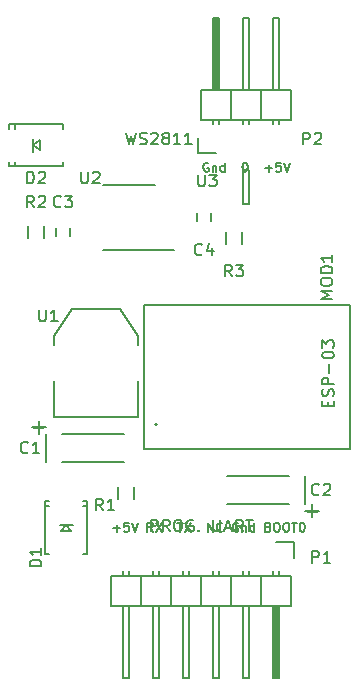
<source format=gto>
G04 #@! TF.FileFunction,Legend,Top*
%FSLAX46Y46*%
G04 Gerber Fmt 4.6, Leading zero omitted, Abs format (unit mm)*
G04 Created by KiCad (PCBNEW 4.0.3-stable) date 10/10/16 00:03:39*
%MOMM*%
%LPD*%
G01*
G04 APERTURE LIST*
%ADD10C,0.100000*%
%ADD11C,0.150000*%
%ADD12C,0.200000*%
G04 APERTURE END LIST*
D10*
D11*
X12881429Y-37519429D02*
X13462000Y-37519429D01*
X13171714Y-37809714D02*
X13171714Y-37229143D01*
X14187715Y-37047714D02*
X13824858Y-37047714D01*
X13788572Y-37410571D01*
X13824858Y-37374286D01*
X13897429Y-37338000D01*
X14078858Y-37338000D01*
X14151429Y-37374286D01*
X14187715Y-37410571D01*
X14224000Y-37483143D01*
X14224000Y-37664571D01*
X14187715Y-37737143D01*
X14151429Y-37773429D01*
X14078858Y-37809714D01*
X13897429Y-37809714D01*
X13824858Y-37773429D01*
X13788572Y-37737143D01*
X14441714Y-37047714D02*
X14695714Y-37809714D01*
X14949714Y-37047714D01*
X16219714Y-37809714D02*
X15965714Y-37446857D01*
X15784286Y-37809714D02*
X15784286Y-37047714D01*
X16074571Y-37047714D01*
X16147143Y-37084000D01*
X16183428Y-37120286D01*
X16219714Y-37192857D01*
X16219714Y-37301714D01*
X16183428Y-37374286D01*
X16147143Y-37410571D01*
X16074571Y-37446857D01*
X15784286Y-37446857D01*
X16473714Y-37047714D02*
X16981714Y-37809714D01*
X16981714Y-37047714D02*
X16473714Y-37809714D01*
X18324284Y-37047714D02*
X18759713Y-37047714D01*
X18541999Y-37809714D02*
X18541999Y-37047714D01*
X18941141Y-37047714D02*
X19449141Y-37809714D01*
X19449141Y-37047714D02*
X18941141Y-37809714D01*
X20900569Y-37809714D02*
X20900569Y-37047714D01*
X21335997Y-37809714D01*
X21335997Y-37047714D01*
X22134283Y-37737143D02*
X22097997Y-37773429D01*
X21989140Y-37809714D01*
X21916569Y-37809714D01*
X21807712Y-37773429D01*
X21735140Y-37700857D01*
X21698855Y-37628286D01*
X21662569Y-37483143D01*
X21662569Y-37374286D01*
X21698855Y-37229143D01*
X21735140Y-37156571D01*
X21807712Y-37084000D01*
X21916569Y-37047714D01*
X21989140Y-37047714D01*
X22097997Y-37084000D01*
X22134283Y-37120286D01*
X23440568Y-37084000D02*
X23367997Y-37047714D01*
X23259140Y-37047714D01*
X23150283Y-37084000D01*
X23077711Y-37156571D01*
X23041426Y-37229143D01*
X23005140Y-37374286D01*
X23005140Y-37483143D01*
X23041426Y-37628286D01*
X23077711Y-37700857D01*
X23150283Y-37773429D01*
X23259140Y-37809714D01*
X23331711Y-37809714D01*
X23440568Y-37773429D01*
X23476854Y-37737143D01*
X23476854Y-37483143D01*
X23331711Y-37483143D01*
X23803426Y-37301714D02*
X23803426Y-37809714D01*
X23803426Y-37374286D02*
X23839711Y-37338000D01*
X23912283Y-37301714D01*
X24021140Y-37301714D01*
X24093711Y-37338000D01*
X24129997Y-37410571D01*
X24129997Y-37809714D01*
X24819426Y-37809714D02*
X24819426Y-37047714D01*
X24819426Y-37773429D02*
X24746855Y-37809714D01*
X24601712Y-37809714D01*
X24529140Y-37773429D01*
X24492855Y-37737143D01*
X24456569Y-37664571D01*
X24456569Y-37446857D01*
X24492855Y-37374286D01*
X24529140Y-37338000D01*
X24601712Y-37301714D01*
X24746855Y-37301714D01*
X24819426Y-37338000D01*
X26016855Y-37410571D02*
X26125712Y-37446857D01*
X26161997Y-37483143D01*
X26198283Y-37555714D01*
X26198283Y-37664571D01*
X26161997Y-37737143D01*
X26125712Y-37773429D01*
X26053140Y-37809714D01*
X25762855Y-37809714D01*
X25762855Y-37047714D01*
X26016855Y-37047714D01*
X26089426Y-37084000D01*
X26125712Y-37120286D01*
X26161997Y-37192857D01*
X26161997Y-37265429D01*
X26125712Y-37338000D01*
X26089426Y-37374286D01*
X26016855Y-37410571D01*
X25762855Y-37410571D01*
X26669997Y-37047714D02*
X26815140Y-37047714D01*
X26887712Y-37084000D01*
X26960283Y-37156571D01*
X26996569Y-37301714D01*
X26996569Y-37555714D01*
X26960283Y-37700857D01*
X26887712Y-37773429D01*
X26815140Y-37809714D01*
X26669997Y-37809714D01*
X26597426Y-37773429D01*
X26524855Y-37700857D01*
X26488569Y-37555714D01*
X26488569Y-37301714D01*
X26524855Y-37156571D01*
X26597426Y-37084000D01*
X26669997Y-37047714D01*
X27468283Y-37047714D02*
X27613426Y-37047714D01*
X27685998Y-37084000D01*
X27758569Y-37156571D01*
X27794855Y-37301714D01*
X27794855Y-37555714D01*
X27758569Y-37700857D01*
X27685998Y-37773429D01*
X27613426Y-37809714D01*
X27468283Y-37809714D01*
X27395712Y-37773429D01*
X27323141Y-37700857D01*
X27286855Y-37555714D01*
X27286855Y-37301714D01*
X27323141Y-37156571D01*
X27395712Y-37084000D01*
X27468283Y-37047714D01*
X28012569Y-37047714D02*
X28447998Y-37047714D01*
X28230284Y-37809714D02*
X28230284Y-37047714D01*
X28847140Y-37047714D02*
X28919712Y-37047714D01*
X28992283Y-37084000D01*
X29028569Y-37120286D01*
X29064855Y-37192857D01*
X29101140Y-37338000D01*
X29101140Y-37519429D01*
X29064855Y-37664571D01*
X29028569Y-37737143D01*
X28992283Y-37773429D01*
X28919712Y-37809714D01*
X28847140Y-37809714D01*
X28774569Y-37773429D01*
X28738283Y-37737143D01*
X28701998Y-37664571D01*
X28665712Y-37519429D01*
X28665712Y-37338000D01*
X28701998Y-37192857D01*
X28738283Y-37120286D01*
X28774569Y-37084000D01*
X28847140Y-37047714D01*
X20936857Y-6604000D02*
X20864286Y-6567714D01*
X20755429Y-6567714D01*
X20646572Y-6604000D01*
X20574000Y-6676571D01*
X20537715Y-6749143D01*
X20501429Y-6894286D01*
X20501429Y-7003143D01*
X20537715Y-7148286D01*
X20574000Y-7220857D01*
X20646572Y-7293429D01*
X20755429Y-7329714D01*
X20828000Y-7329714D01*
X20936857Y-7293429D01*
X20973143Y-7257143D01*
X20973143Y-7003143D01*
X20828000Y-7003143D01*
X21299715Y-6821714D02*
X21299715Y-7329714D01*
X21299715Y-6894286D02*
X21336000Y-6858000D01*
X21408572Y-6821714D01*
X21517429Y-6821714D01*
X21590000Y-6858000D01*
X21626286Y-6930571D01*
X21626286Y-7329714D01*
X22315715Y-7329714D02*
X22315715Y-6567714D01*
X22315715Y-7293429D02*
X22243144Y-7329714D01*
X22098001Y-7329714D01*
X22025429Y-7293429D01*
X21989144Y-7257143D01*
X21952858Y-7184571D01*
X21952858Y-6966857D01*
X21989144Y-6894286D01*
X22025429Y-6858000D01*
X22098001Y-6821714D01*
X22243144Y-6821714D01*
X22315715Y-6858000D01*
X23839715Y-7329714D02*
X23839715Y-6567714D01*
X24021143Y-6567714D01*
X24130000Y-6604000D01*
X24202572Y-6676571D01*
X24238857Y-6749143D01*
X24275143Y-6894286D01*
X24275143Y-7003143D01*
X24238857Y-7148286D01*
X24202572Y-7220857D01*
X24130000Y-7293429D01*
X24021143Y-7329714D01*
X23839715Y-7329714D01*
X25762857Y-7039429D02*
X26343428Y-7039429D01*
X26053142Y-7329714D02*
X26053142Y-6749143D01*
X27069143Y-6567714D02*
X26706286Y-6567714D01*
X26670000Y-6930571D01*
X26706286Y-6894286D01*
X26778857Y-6858000D01*
X26960286Y-6858000D01*
X27032857Y-6894286D01*
X27069143Y-6930571D01*
X27105428Y-7003143D01*
X27105428Y-7184571D01*
X27069143Y-7257143D01*
X27032857Y-7293429D01*
X26960286Y-7329714D01*
X26778857Y-7329714D01*
X26706286Y-7293429D01*
X26670000Y-7257143D01*
X27323142Y-6567714D02*
X27577142Y-7329714D01*
X27831142Y-6567714D01*
X8575040Y-31932880D02*
X13776960Y-31932880D01*
X13776960Y-29535120D02*
X8575040Y-29535120D01*
X6576060Y-28435300D02*
X6576060Y-29535120D01*
X5976620Y-28935680D02*
X7175500Y-28935680D01*
X7180580Y-29535120D02*
X7180580Y-31932880D01*
X27746960Y-33091120D02*
X22545040Y-33091120D01*
X22545040Y-35488880D02*
X27746960Y-35488880D01*
X29745940Y-36588700D02*
X29745940Y-35488880D01*
X30345380Y-36088320D02*
X29146500Y-36088320D01*
X29141420Y-35488880D02*
X29141420Y-33091120D01*
X9236000Y-12096000D02*
X9236000Y-12796000D01*
X8036000Y-12796000D02*
X8036000Y-12096000D01*
X19974000Y-11526000D02*
X19974000Y-10826000D01*
X21174000Y-10826000D02*
X21174000Y-11526000D01*
X8890000Y-37215000D02*
X9340000Y-37765000D01*
X9340000Y-37765000D02*
X8440000Y-37765000D01*
X8440000Y-37765000D02*
X8890000Y-37215000D01*
X9440000Y-37215000D02*
X8340000Y-37215000D01*
X7139940Y-35665860D02*
X7490460Y-35665860D01*
X10640060Y-35665860D02*
X10289540Y-35665860D01*
X7139940Y-39715440D02*
X7490460Y-39715440D01*
X7139940Y-35214560D02*
X7490460Y-35214560D01*
X10640060Y-35214560D02*
X10289540Y-35214560D01*
X10640060Y-39715440D02*
X10289540Y-39715440D01*
X7139940Y-35214560D02*
X7139940Y-39715440D01*
X10640060Y-35214560D02*
X10640060Y-39715440D01*
X6100000Y-5080000D02*
X6650000Y-4630000D01*
X6650000Y-4630000D02*
X6650000Y-5530000D01*
X6650000Y-5530000D02*
X6100000Y-5080000D01*
X6100000Y-4530000D02*
X6100000Y-5630000D01*
X4550860Y-6830060D02*
X4550860Y-6479540D01*
X4550860Y-3329940D02*
X4550860Y-3680460D01*
X8600440Y-6830060D02*
X8600440Y-6479540D01*
X4099560Y-6830060D02*
X4099560Y-6479540D01*
X4099560Y-3329940D02*
X4099560Y-3680460D01*
X8600440Y-3329940D02*
X8600440Y-3680460D01*
X4099560Y-6830060D02*
X8600440Y-6830060D01*
X4099560Y-3329940D02*
X8600440Y-3329940D01*
D12*
X16610000Y-28734000D02*
G75*
G03X16610000Y-28734000I-100000J0D01*
G01*
D11*
X15510000Y-18634000D02*
X15510000Y-30834000D01*
X15510000Y-30834000D02*
X32910000Y-30834000D01*
X32910000Y-30834000D02*
X32910000Y-18634000D01*
X32910000Y-18634000D02*
X15510000Y-18634000D01*
X13295000Y-35044000D02*
X13295000Y-34044000D01*
X14645000Y-34044000D02*
X14645000Y-35044000D01*
X7025000Y-11946000D02*
X7025000Y-12946000D01*
X5675000Y-12946000D02*
X5675000Y-11946000D01*
X22439000Y-13454000D02*
X22439000Y-12454000D01*
X23789000Y-12454000D02*
X23789000Y-13454000D01*
X16424000Y-8451000D02*
X12024000Y-8451000D01*
X17999000Y-13976000D02*
X12024000Y-13976000D01*
X28220000Y-38705000D02*
X26670000Y-38705000D01*
X28220000Y-40005000D02*
X28220000Y-38705000D01*
X26797000Y-44196000D02*
X26797000Y-50038000D01*
X26797000Y-50038000D02*
X26543000Y-50038000D01*
X26543000Y-50038000D02*
X26543000Y-44196000D01*
X26543000Y-44196000D02*
X26670000Y-44196000D01*
X26670000Y-44196000D02*
X26670000Y-50038000D01*
X26924000Y-41529000D02*
X26924000Y-41148000D01*
X26416000Y-41529000D02*
X26416000Y-41148000D01*
X24384000Y-41529000D02*
X24384000Y-41148000D01*
X23876000Y-41529000D02*
X23876000Y-41148000D01*
X21844000Y-41529000D02*
X21844000Y-41148000D01*
X21336000Y-41529000D02*
X21336000Y-41148000D01*
X13716000Y-41529000D02*
X13716000Y-41148000D01*
X14224000Y-41529000D02*
X14224000Y-41148000D01*
X16256000Y-41529000D02*
X16256000Y-41148000D01*
X16764000Y-41529000D02*
X16764000Y-41148000D01*
X18796000Y-41529000D02*
X18796000Y-41148000D01*
X19304000Y-41529000D02*
X19304000Y-41148000D01*
X27940000Y-41529000D02*
X27940000Y-44069000D01*
X25400000Y-41529000D02*
X25400000Y-44069000D01*
X25400000Y-41529000D02*
X22860000Y-41529000D01*
X22860000Y-41529000D02*
X22860000Y-44069000D01*
X24384000Y-44069000D02*
X24384000Y-50165000D01*
X24384000Y-50165000D02*
X23876000Y-50165000D01*
X23876000Y-50165000D02*
X23876000Y-44069000D01*
X22860000Y-44069000D02*
X25400000Y-44069000D01*
X25400000Y-44069000D02*
X27940000Y-44069000D01*
X26416000Y-50165000D02*
X26416000Y-44069000D01*
X26924000Y-50165000D02*
X26416000Y-50165000D01*
X26924000Y-44069000D02*
X26924000Y-50165000D01*
X25400000Y-41529000D02*
X25400000Y-44069000D01*
X27940000Y-41529000D02*
X25400000Y-41529000D01*
X17780000Y-41529000D02*
X17780000Y-44069000D01*
X17780000Y-41529000D02*
X15240000Y-41529000D01*
X15240000Y-41529000D02*
X15240000Y-44069000D01*
X16764000Y-44069000D02*
X16764000Y-50165000D01*
X16764000Y-50165000D02*
X16256000Y-50165000D01*
X16256000Y-50165000D02*
X16256000Y-44069000D01*
X15240000Y-44069000D02*
X17780000Y-44069000D01*
X12700000Y-44069000D02*
X15240000Y-44069000D01*
X13716000Y-50165000D02*
X13716000Y-44069000D01*
X14224000Y-50165000D02*
X13716000Y-50165000D01*
X14224000Y-44069000D02*
X14224000Y-50165000D01*
X12700000Y-41529000D02*
X12700000Y-44069000D01*
X15240000Y-41529000D02*
X12700000Y-41529000D01*
X15240000Y-41529000D02*
X15240000Y-44069000D01*
X20320000Y-41529000D02*
X20320000Y-44069000D01*
X20320000Y-41529000D02*
X17780000Y-41529000D01*
X17780000Y-41529000D02*
X17780000Y-44069000D01*
X19304000Y-44069000D02*
X19304000Y-50165000D01*
X19304000Y-50165000D02*
X18796000Y-50165000D01*
X18796000Y-50165000D02*
X18796000Y-44069000D01*
X17780000Y-44069000D02*
X20320000Y-44069000D01*
X20320000Y-44069000D02*
X22860000Y-44069000D01*
X21336000Y-50165000D02*
X21336000Y-44069000D01*
X21844000Y-50165000D02*
X21336000Y-50165000D01*
X21844000Y-44069000D02*
X21844000Y-50165000D01*
X20320000Y-41529000D02*
X20320000Y-44069000D01*
X22860000Y-41529000D02*
X20320000Y-41529000D01*
X22860000Y-41529000D02*
X22860000Y-44069000D01*
X20040000Y-5745000D02*
X21590000Y-5745000D01*
X20040000Y-4445000D02*
X20040000Y-5745000D01*
X21463000Y-254000D02*
X21463000Y5588000D01*
X21463000Y5588000D02*
X21717000Y5588000D01*
X21717000Y5588000D02*
X21717000Y-254000D01*
X21717000Y-254000D02*
X21590000Y-254000D01*
X21590000Y-254000D02*
X21590000Y5588000D01*
X21336000Y-2921000D02*
X21336000Y-3302000D01*
X21844000Y-2921000D02*
X21844000Y-3302000D01*
X23876000Y-2921000D02*
X23876000Y-3302000D01*
X24384000Y-2921000D02*
X24384000Y-3302000D01*
X26416000Y-2921000D02*
X26416000Y-3302000D01*
X26924000Y-2921000D02*
X26924000Y-3302000D01*
X22860000Y-381000D02*
X20320000Y-381000D01*
X21844000Y5715000D02*
X21844000Y-381000D01*
X21336000Y5715000D02*
X21844000Y5715000D01*
X21336000Y-381000D02*
X21336000Y5715000D01*
X22860000Y-2921000D02*
X22860000Y-381000D01*
X20320000Y-2921000D02*
X22860000Y-2921000D01*
X20320000Y-2921000D02*
X20320000Y-381000D01*
X25400000Y-2921000D02*
X25400000Y-381000D01*
X25400000Y-2921000D02*
X27940000Y-2921000D01*
X26416000Y-381000D02*
X26416000Y5715000D01*
X26416000Y5715000D02*
X26924000Y5715000D01*
X26924000Y5715000D02*
X26924000Y-381000D01*
X27940000Y-381000D02*
X25400000Y-381000D01*
X25400000Y-381000D02*
X22860000Y-381000D01*
X24384000Y5715000D02*
X24384000Y-381000D01*
X23876000Y5715000D02*
X24384000Y5715000D01*
X23876000Y-381000D02*
X23876000Y5715000D01*
X25400000Y-2921000D02*
X25400000Y-381000D01*
X22860000Y-2921000D02*
X25400000Y-2921000D01*
X22860000Y-2921000D02*
X22860000Y-381000D01*
X27940000Y-2921000D02*
X27940000Y-381000D01*
X7874000Y-25019000D02*
X7874000Y-28067000D01*
X7874000Y-28067000D02*
X14986000Y-28067000D01*
X14986000Y-28067000D02*
X14986000Y-25019000D01*
X7874000Y-21971000D02*
X7874000Y-21209000D01*
X7874000Y-21209000D02*
X9398000Y-18923000D01*
X9398000Y-18923000D02*
X13462000Y-18923000D01*
X13462000Y-18923000D02*
X14986000Y-21209000D01*
X14986000Y-21209000D02*
X14986000Y-21971000D01*
X23930000Y-6936000D02*
G75*
G03X23930000Y-6936000I-100000J0D01*
G01*
X24380000Y-7186000D02*
X23880000Y-7186000D01*
X24380000Y-10086000D02*
X24380000Y-7186000D01*
X23880000Y-10086000D02*
X24380000Y-10086000D01*
X23880000Y-7186000D02*
X23880000Y-10086000D01*
X5675334Y-31091143D02*
X5627715Y-31138762D01*
X5484858Y-31186381D01*
X5389620Y-31186381D01*
X5246762Y-31138762D01*
X5151524Y-31043524D01*
X5103905Y-30948286D01*
X5056286Y-30757810D01*
X5056286Y-30614952D01*
X5103905Y-30424476D01*
X5151524Y-30329238D01*
X5246762Y-30234000D01*
X5389620Y-30186381D01*
X5484858Y-30186381D01*
X5627715Y-30234000D01*
X5675334Y-30281619D01*
X6627715Y-31186381D02*
X6056286Y-31186381D01*
X6342000Y-31186381D02*
X6342000Y-30186381D01*
X6246762Y-30329238D01*
X6151524Y-30424476D01*
X6056286Y-30472095D01*
X6195108Y-29004569D02*
X6957013Y-29004569D01*
X6576061Y-29385521D02*
X6576061Y-28623616D01*
X30313334Y-34647143D02*
X30265715Y-34694762D01*
X30122858Y-34742381D01*
X30027620Y-34742381D01*
X29884762Y-34694762D01*
X29789524Y-34599524D01*
X29741905Y-34504286D01*
X29694286Y-34313810D01*
X29694286Y-34170952D01*
X29741905Y-33980476D01*
X29789524Y-33885238D01*
X29884762Y-33790000D01*
X30027620Y-33742381D01*
X30122858Y-33742381D01*
X30265715Y-33790000D01*
X30313334Y-33837619D01*
X30694286Y-33837619D02*
X30741905Y-33790000D01*
X30837143Y-33742381D01*
X31075239Y-33742381D01*
X31170477Y-33790000D01*
X31218096Y-33837619D01*
X31265715Y-33932857D01*
X31265715Y-34028095D01*
X31218096Y-34170952D01*
X30646667Y-34742381D01*
X31265715Y-34742381D01*
X29364988Y-36162289D02*
X30126893Y-36162289D01*
X29745941Y-36543241D02*
X29745941Y-35781336D01*
X8469334Y-10263143D02*
X8421715Y-10310762D01*
X8278858Y-10358381D01*
X8183620Y-10358381D01*
X8040762Y-10310762D01*
X7945524Y-10215524D01*
X7897905Y-10120286D01*
X7850286Y-9929810D01*
X7850286Y-9786952D01*
X7897905Y-9596476D01*
X7945524Y-9501238D01*
X8040762Y-9406000D01*
X8183620Y-9358381D01*
X8278858Y-9358381D01*
X8421715Y-9406000D01*
X8469334Y-9453619D01*
X8802667Y-9358381D02*
X9421715Y-9358381D01*
X9088381Y-9739333D01*
X9231239Y-9739333D01*
X9326477Y-9786952D01*
X9374096Y-9834571D01*
X9421715Y-9929810D01*
X9421715Y-10167905D01*
X9374096Y-10263143D01*
X9326477Y-10310762D01*
X9231239Y-10358381D01*
X8945524Y-10358381D01*
X8850286Y-10310762D01*
X8802667Y-10263143D01*
X20407334Y-14327143D02*
X20359715Y-14374762D01*
X20216858Y-14422381D01*
X20121620Y-14422381D01*
X19978762Y-14374762D01*
X19883524Y-14279524D01*
X19835905Y-14184286D01*
X19788286Y-13993810D01*
X19788286Y-13850952D01*
X19835905Y-13660476D01*
X19883524Y-13565238D01*
X19978762Y-13470000D01*
X20121620Y-13422381D01*
X20216858Y-13422381D01*
X20359715Y-13470000D01*
X20407334Y-13517619D01*
X21264477Y-13755714D02*
X21264477Y-14422381D01*
X21026381Y-13374762D02*
X20788286Y-14089048D01*
X21407334Y-14089048D01*
X6802381Y-40743095D02*
X5802381Y-40743095D01*
X5802381Y-40505000D01*
X5850000Y-40362142D01*
X5945238Y-40266904D01*
X6040476Y-40219285D01*
X6230952Y-40171666D01*
X6373810Y-40171666D01*
X6564286Y-40219285D01*
X6659524Y-40266904D01*
X6754762Y-40362142D01*
X6802381Y-40505000D01*
X6802381Y-40743095D01*
X6802381Y-39219285D02*
X6802381Y-39790714D01*
X6802381Y-39505000D02*
X5802381Y-39505000D01*
X5945238Y-39600238D01*
X6040476Y-39695476D01*
X6088095Y-39790714D01*
X5611905Y-8326381D02*
X5611905Y-7326381D01*
X5850000Y-7326381D01*
X5992858Y-7374000D01*
X6088096Y-7469238D01*
X6135715Y-7564476D01*
X6183334Y-7754952D01*
X6183334Y-7897810D01*
X6135715Y-8088286D01*
X6088096Y-8183524D01*
X5992858Y-8278762D01*
X5850000Y-8326381D01*
X5611905Y-8326381D01*
X6564286Y-7421619D02*
X6611905Y-7374000D01*
X6707143Y-7326381D01*
X6945239Y-7326381D01*
X7040477Y-7374000D01*
X7088096Y-7421619D01*
X7135715Y-7516857D01*
X7135715Y-7612095D01*
X7088096Y-7754952D01*
X6516667Y-8326381D01*
X7135715Y-8326381D01*
X31440381Y-18089333D02*
X30440381Y-18089333D01*
X31154667Y-17755999D01*
X30440381Y-17422666D01*
X31440381Y-17422666D01*
X30440381Y-16756000D02*
X30440381Y-16565523D01*
X30488000Y-16470285D01*
X30583238Y-16375047D01*
X30773714Y-16327428D01*
X31107048Y-16327428D01*
X31297524Y-16375047D01*
X31392762Y-16470285D01*
X31440381Y-16565523D01*
X31440381Y-16756000D01*
X31392762Y-16851238D01*
X31297524Y-16946476D01*
X31107048Y-16994095D01*
X30773714Y-16994095D01*
X30583238Y-16946476D01*
X30488000Y-16851238D01*
X30440381Y-16756000D01*
X31440381Y-15898857D02*
X30440381Y-15898857D01*
X30440381Y-15660762D01*
X30488000Y-15517904D01*
X30583238Y-15422666D01*
X30678476Y-15375047D01*
X30868952Y-15327428D01*
X31011810Y-15327428D01*
X31202286Y-15375047D01*
X31297524Y-15422666D01*
X31392762Y-15517904D01*
X31440381Y-15660762D01*
X31440381Y-15898857D01*
X31440381Y-14375047D02*
X31440381Y-14946476D01*
X31440381Y-14660762D02*
X30440381Y-14660762D01*
X30583238Y-14756000D01*
X30678476Y-14851238D01*
X30726095Y-14946476D01*
X31038571Y-27195905D02*
X31038571Y-26862571D01*
X31562381Y-26719714D02*
X31562381Y-27195905D01*
X30562381Y-27195905D01*
X30562381Y-26719714D01*
X31514762Y-26338762D02*
X31562381Y-26195905D01*
X31562381Y-25957809D01*
X31514762Y-25862571D01*
X31467143Y-25814952D01*
X31371905Y-25767333D01*
X31276667Y-25767333D01*
X31181429Y-25814952D01*
X31133810Y-25862571D01*
X31086190Y-25957809D01*
X31038571Y-26148286D01*
X30990952Y-26243524D01*
X30943333Y-26291143D01*
X30848095Y-26338762D01*
X30752857Y-26338762D01*
X30657619Y-26291143D01*
X30610000Y-26243524D01*
X30562381Y-26148286D01*
X30562381Y-25910190D01*
X30610000Y-25767333D01*
X31562381Y-25338762D02*
X30562381Y-25338762D01*
X30562381Y-24957809D01*
X30610000Y-24862571D01*
X30657619Y-24814952D01*
X30752857Y-24767333D01*
X30895714Y-24767333D01*
X30990952Y-24814952D01*
X31038571Y-24862571D01*
X31086190Y-24957809D01*
X31086190Y-25338762D01*
X31181429Y-24338762D02*
X31181429Y-23576857D01*
X30562381Y-22910191D02*
X30562381Y-22814952D01*
X30610000Y-22719714D01*
X30657619Y-22672095D01*
X30752857Y-22624476D01*
X30943333Y-22576857D01*
X31181429Y-22576857D01*
X31371905Y-22624476D01*
X31467143Y-22672095D01*
X31514762Y-22719714D01*
X31562381Y-22814952D01*
X31562381Y-22910191D01*
X31514762Y-23005429D01*
X31467143Y-23053048D01*
X31371905Y-23100667D01*
X31181429Y-23148286D01*
X30943333Y-23148286D01*
X30752857Y-23100667D01*
X30657619Y-23053048D01*
X30610000Y-23005429D01*
X30562381Y-22910191D01*
X30562381Y-22243524D02*
X30562381Y-21624476D01*
X30943333Y-21957810D01*
X30943333Y-21814952D01*
X30990952Y-21719714D01*
X31038571Y-21672095D01*
X31133810Y-21624476D01*
X31371905Y-21624476D01*
X31467143Y-21672095D01*
X31514762Y-21719714D01*
X31562381Y-21814952D01*
X31562381Y-22100667D01*
X31514762Y-22195905D01*
X31467143Y-22243524D01*
X12025334Y-36012381D02*
X11692000Y-35536190D01*
X11453905Y-36012381D02*
X11453905Y-35012381D01*
X11834858Y-35012381D01*
X11930096Y-35060000D01*
X11977715Y-35107619D01*
X12025334Y-35202857D01*
X12025334Y-35345714D01*
X11977715Y-35440952D01*
X11930096Y-35488571D01*
X11834858Y-35536190D01*
X11453905Y-35536190D01*
X12977715Y-36012381D02*
X12406286Y-36012381D01*
X12692000Y-36012381D02*
X12692000Y-35012381D01*
X12596762Y-35155238D01*
X12501524Y-35250476D01*
X12406286Y-35298095D01*
X6183334Y-10358381D02*
X5850000Y-9882190D01*
X5611905Y-10358381D02*
X5611905Y-9358381D01*
X5992858Y-9358381D01*
X6088096Y-9406000D01*
X6135715Y-9453619D01*
X6183334Y-9548857D01*
X6183334Y-9691714D01*
X6135715Y-9786952D01*
X6088096Y-9834571D01*
X5992858Y-9882190D01*
X5611905Y-9882190D01*
X6564286Y-9453619D02*
X6611905Y-9406000D01*
X6707143Y-9358381D01*
X6945239Y-9358381D01*
X7040477Y-9406000D01*
X7088096Y-9453619D01*
X7135715Y-9548857D01*
X7135715Y-9644095D01*
X7088096Y-9786952D01*
X6516667Y-10358381D01*
X7135715Y-10358381D01*
X22947334Y-16200381D02*
X22614000Y-15724190D01*
X22375905Y-16200381D02*
X22375905Y-15200381D01*
X22756858Y-15200381D01*
X22852096Y-15248000D01*
X22899715Y-15295619D01*
X22947334Y-15390857D01*
X22947334Y-15533714D01*
X22899715Y-15628952D01*
X22852096Y-15676571D01*
X22756858Y-15724190D01*
X22375905Y-15724190D01*
X23280667Y-15200381D02*
X23899715Y-15200381D01*
X23566381Y-15581333D01*
X23709239Y-15581333D01*
X23804477Y-15628952D01*
X23852096Y-15676571D01*
X23899715Y-15771810D01*
X23899715Y-16009905D01*
X23852096Y-16105143D01*
X23804477Y-16152762D01*
X23709239Y-16200381D01*
X23423524Y-16200381D01*
X23328286Y-16152762D01*
X23280667Y-16105143D01*
X10160095Y-7326381D02*
X10160095Y-8135905D01*
X10207714Y-8231143D01*
X10255333Y-8278762D01*
X10350571Y-8326381D01*
X10541048Y-8326381D01*
X10636286Y-8278762D01*
X10683905Y-8231143D01*
X10731524Y-8135905D01*
X10731524Y-7326381D01*
X11160095Y-7421619D02*
X11207714Y-7374000D01*
X11302952Y-7326381D01*
X11541048Y-7326381D01*
X11636286Y-7374000D01*
X11683905Y-7421619D01*
X11731524Y-7516857D01*
X11731524Y-7612095D01*
X11683905Y-7754952D01*
X11112476Y-8326381D01*
X11731524Y-8326381D01*
X29741905Y-40457381D02*
X29741905Y-39457381D01*
X30122858Y-39457381D01*
X30218096Y-39505000D01*
X30265715Y-39552619D01*
X30313334Y-39647857D01*
X30313334Y-39790714D01*
X30265715Y-39885952D01*
X30218096Y-39933571D01*
X30122858Y-39981190D01*
X29741905Y-39981190D01*
X31265715Y-40457381D02*
X30694286Y-40457381D01*
X30980000Y-40457381D02*
X30980000Y-39457381D01*
X30884762Y-39600238D01*
X30789524Y-39695476D01*
X30694286Y-39743095D01*
X16081905Y-37790381D02*
X16081905Y-36790381D01*
X16462858Y-36790381D01*
X16558096Y-36838000D01*
X16605715Y-36885619D01*
X16653334Y-36980857D01*
X16653334Y-37123714D01*
X16605715Y-37218952D01*
X16558096Y-37266571D01*
X16462858Y-37314190D01*
X16081905Y-37314190D01*
X17653334Y-37790381D02*
X17320000Y-37314190D01*
X17081905Y-37790381D02*
X17081905Y-36790381D01*
X17462858Y-36790381D01*
X17558096Y-36838000D01*
X17605715Y-36885619D01*
X17653334Y-36980857D01*
X17653334Y-37123714D01*
X17605715Y-37218952D01*
X17558096Y-37266571D01*
X17462858Y-37314190D01*
X17081905Y-37314190D01*
X18272381Y-36790381D02*
X18462858Y-36790381D01*
X18558096Y-36838000D01*
X18653334Y-36933238D01*
X18700953Y-37123714D01*
X18700953Y-37457048D01*
X18653334Y-37647524D01*
X18558096Y-37742762D01*
X18462858Y-37790381D01*
X18272381Y-37790381D01*
X18177143Y-37742762D01*
X18081905Y-37647524D01*
X18034286Y-37457048D01*
X18034286Y-37123714D01*
X18081905Y-36933238D01*
X18177143Y-36838000D01*
X18272381Y-36790381D01*
X19653334Y-36838000D02*
X19558096Y-36790381D01*
X19415239Y-36790381D01*
X19272381Y-36838000D01*
X19177143Y-36933238D01*
X19129524Y-37028476D01*
X19081905Y-37218952D01*
X19081905Y-37361810D01*
X19129524Y-37552286D01*
X19177143Y-37647524D01*
X19272381Y-37742762D01*
X19415239Y-37790381D01*
X19510477Y-37790381D01*
X19653334Y-37742762D01*
X19700953Y-37695143D01*
X19700953Y-37361810D01*
X19510477Y-37361810D01*
X20129524Y-37695143D02*
X20177143Y-37742762D01*
X20129524Y-37790381D01*
X20081905Y-37742762D01*
X20129524Y-37695143D01*
X20129524Y-37790381D01*
X21367619Y-36790381D02*
X21367619Y-37599905D01*
X21415238Y-37695143D01*
X21462857Y-37742762D01*
X21558095Y-37790381D01*
X21748572Y-37790381D01*
X21843810Y-37742762D01*
X21891429Y-37695143D01*
X21939048Y-37599905D01*
X21939048Y-36790381D01*
X22367619Y-37504667D02*
X22843810Y-37504667D01*
X22272381Y-37790381D02*
X22605714Y-36790381D01*
X22939048Y-37790381D01*
X23843810Y-37790381D02*
X23510476Y-37314190D01*
X23272381Y-37790381D02*
X23272381Y-36790381D01*
X23653334Y-36790381D01*
X23748572Y-36838000D01*
X23796191Y-36885619D01*
X23843810Y-36980857D01*
X23843810Y-37123714D01*
X23796191Y-37218952D01*
X23748572Y-37266571D01*
X23653334Y-37314190D01*
X23272381Y-37314190D01*
X24129524Y-36790381D02*
X24700953Y-36790381D01*
X24415238Y-37790381D02*
X24415238Y-36790381D01*
X28979905Y-5024381D02*
X28979905Y-4024381D01*
X29360858Y-4024381D01*
X29456096Y-4072000D01*
X29503715Y-4119619D01*
X29551334Y-4214857D01*
X29551334Y-4357714D01*
X29503715Y-4452952D01*
X29456096Y-4500571D01*
X29360858Y-4548190D01*
X28979905Y-4548190D01*
X29932286Y-4119619D02*
X29979905Y-4072000D01*
X30075143Y-4024381D01*
X30313239Y-4024381D01*
X30408477Y-4072000D01*
X30456096Y-4119619D01*
X30503715Y-4214857D01*
X30503715Y-4310095D01*
X30456096Y-4452952D01*
X29884667Y-5024381D01*
X30503715Y-5024381D01*
X13954476Y-4024381D02*
X14192571Y-5024381D01*
X14383048Y-4310095D01*
X14573524Y-5024381D01*
X14811619Y-4024381D01*
X15144952Y-4976762D02*
X15287809Y-5024381D01*
X15525905Y-5024381D01*
X15621143Y-4976762D01*
X15668762Y-4929143D01*
X15716381Y-4833905D01*
X15716381Y-4738667D01*
X15668762Y-4643429D01*
X15621143Y-4595810D01*
X15525905Y-4548190D01*
X15335428Y-4500571D01*
X15240190Y-4452952D01*
X15192571Y-4405333D01*
X15144952Y-4310095D01*
X15144952Y-4214857D01*
X15192571Y-4119619D01*
X15240190Y-4072000D01*
X15335428Y-4024381D01*
X15573524Y-4024381D01*
X15716381Y-4072000D01*
X16097333Y-4119619D02*
X16144952Y-4072000D01*
X16240190Y-4024381D01*
X16478286Y-4024381D01*
X16573524Y-4072000D01*
X16621143Y-4119619D01*
X16668762Y-4214857D01*
X16668762Y-4310095D01*
X16621143Y-4452952D01*
X16049714Y-5024381D01*
X16668762Y-5024381D01*
X17240190Y-4452952D02*
X17144952Y-4405333D01*
X17097333Y-4357714D01*
X17049714Y-4262476D01*
X17049714Y-4214857D01*
X17097333Y-4119619D01*
X17144952Y-4072000D01*
X17240190Y-4024381D01*
X17430667Y-4024381D01*
X17525905Y-4072000D01*
X17573524Y-4119619D01*
X17621143Y-4214857D01*
X17621143Y-4262476D01*
X17573524Y-4357714D01*
X17525905Y-4405333D01*
X17430667Y-4452952D01*
X17240190Y-4452952D01*
X17144952Y-4500571D01*
X17097333Y-4548190D01*
X17049714Y-4643429D01*
X17049714Y-4833905D01*
X17097333Y-4929143D01*
X17144952Y-4976762D01*
X17240190Y-5024381D01*
X17430667Y-5024381D01*
X17525905Y-4976762D01*
X17573524Y-4929143D01*
X17621143Y-4833905D01*
X17621143Y-4643429D01*
X17573524Y-4548190D01*
X17525905Y-4500571D01*
X17430667Y-4452952D01*
X18573524Y-5024381D02*
X18002095Y-5024381D01*
X18287809Y-5024381D02*
X18287809Y-4024381D01*
X18192571Y-4167238D01*
X18097333Y-4262476D01*
X18002095Y-4310095D01*
X19525905Y-5024381D02*
X18954476Y-5024381D01*
X19240190Y-5024381D02*
X19240190Y-4024381D01*
X19144952Y-4167238D01*
X19049714Y-4262476D01*
X18954476Y-4310095D01*
X6604095Y-19010381D02*
X6604095Y-19819905D01*
X6651714Y-19915143D01*
X6699333Y-19962762D01*
X6794571Y-20010381D01*
X6985048Y-20010381D01*
X7080286Y-19962762D01*
X7127905Y-19915143D01*
X7175524Y-19819905D01*
X7175524Y-19010381D01*
X8175524Y-20010381D02*
X7604095Y-20010381D01*
X7889809Y-20010381D02*
X7889809Y-19010381D01*
X7794571Y-19153238D01*
X7699333Y-19248476D01*
X7604095Y-19296095D01*
X20066095Y-7580381D02*
X20066095Y-8389905D01*
X20113714Y-8485143D01*
X20161333Y-8532762D01*
X20256571Y-8580381D01*
X20447048Y-8580381D01*
X20542286Y-8532762D01*
X20589905Y-8485143D01*
X20637524Y-8389905D01*
X20637524Y-7580381D01*
X21018476Y-7580381D02*
X21637524Y-7580381D01*
X21304190Y-7961333D01*
X21447048Y-7961333D01*
X21542286Y-8008952D01*
X21589905Y-8056571D01*
X21637524Y-8151810D01*
X21637524Y-8389905D01*
X21589905Y-8485143D01*
X21542286Y-8532762D01*
X21447048Y-8580381D01*
X21161333Y-8580381D01*
X21066095Y-8532762D01*
X21018476Y-8485143D01*
M02*

</source>
